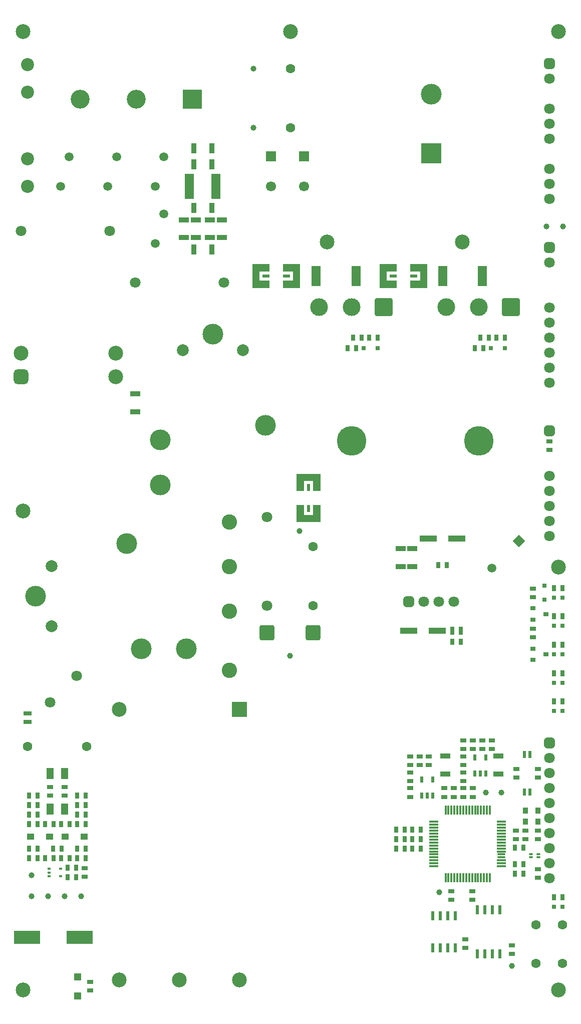
<source format=gbr>
%TF.GenerationSoftware,KiCad,Pcbnew,8.0.2*%
%TF.CreationDate,2024-05-14T20:54:04+07:00*%
%TF.ProjectId,HW.ACIM-PSU,48572e41-4349-44d2-9d50-53552e6b6963,0.0*%
%TF.SameCoordinates,Original*%
%TF.FileFunction,Soldermask,Top*%
%TF.FilePolarity,Negative*%
%FSLAX46Y46*%
G04 Gerber Fmt 4.6, Leading zero omitted, Abs format (unit mm)*
G04 Created by KiCad (PCBNEW 8.0.2) date 2024-05-14 20:54:04*
%MOMM*%
%LPD*%
G01*
G04 APERTURE LIST*
G04 Aperture macros list*
%AMRoundRect*
0 Rectangle with rounded corners*
0 $1 Rounding radius*
0 $2 $3 $4 $5 $6 $7 $8 $9 X,Y pos of 4 corners*
0 Add a 4 corners polygon primitive as box body*
4,1,4,$2,$3,$4,$5,$6,$7,$8,$9,$2,$3,0*
0 Add four circle primitives for the rounded corners*
1,1,$1+$1,$2,$3*
1,1,$1+$1,$4,$5*
1,1,$1+$1,$6,$7*
1,1,$1+$1,$8,$9*
0 Add four rect primitives between the rounded corners*
20,1,$1+$1,$2,$3,$4,$5,0*
20,1,$1+$1,$4,$5,$6,$7,0*
20,1,$1+$1,$6,$7,$8,$9,0*
20,1,$1+$1,$8,$9,$2,$3,0*%
%AMRotRect*
0 Rectangle, with rotation*
0 The origin of the aperture is its center*
0 $1 length*
0 $2 width*
0 $3 Rotation angle, in degrees counterclockwise*
0 Add horizontal line*
21,1,$1,$2,0,0,$3*%
%AMFreePoly0*
4,1,21,1.703536,2.003536,1.705000,2.000000,1.705000,0.750000,1.703536,0.746464,1.700000,0.745000,0.005000,0.745000,0.005000,-0.745000,1.700000,-0.745000,1.703536,-0.746464,1.705000,-0.750000,1.705000,-2.000000,1.703536,-2.003536,1.700000,-2.005000,-1.200000,-2.005000,-1.203536,-2.003536,-1.205000,-2.000000,-1.205000,2.000000,-1.203536,2.003536,-1.200000,2.005000,1.700000,2.005000,
1.703536,2.003536,1.703536,2.003536,$1*%
G04 Aperture macros list end*
%ADD10RoundRect,0.450000X-0.450000X0.450000X-0.450000X-0.450000X0.450000X-0.450000X0.450000X0.450000X0*%
%ADD11C,1.800000*%
%ADD12R,0.650000X1.000000*%
%ADD13R,0.600000X1.200000*%
%ADD14R,3.200000X3.200000*%
%ADD15C,3.200000*%
%ADD16R,1.000000X0.650000*%
%ADD17R,1.700000X0.900000*%
%ADD18C,2.600000*%
%ADD19R,3.000000X1.000000*%
%ADD20C,1.000000*%
%ADD21R,0.900000X1.700000*%
%ADD22R,0.600000X0.400000*%
%ADD23RoundRect,0.250000X-1.000000X-1.000000X1.000000X-1.000000X1.000000X1.000000X-1.000000X1.000000X0*%
%ADD24R,0.800000X0.800000*%
%ADD25C,2.200000*%
%ADD26C,2.500000*%
%ADD27C,1.500000*%
%ADD28R,0.600000X1.050000*%
%ADD29C,2.000000*%
%ADD30C,3.500000*%
%ADD31R,3.500000X3.500000*%
%ADD32R,0.600000X1.550000*%
%ADD33R,0.700000X0.700000*%
%ADD34R,1.300000X1.300000*%
%ADD35FreePoly0,90.000000*%
%ADD36FreePoly0,270.000000*%
%ADD37R,0.500000X1.200000*%
%ADD38C,1.600000*%
%ADD39R,0.600000X1.500000*%
%ADD40RotRect,1.500000X1.500000X225.000000*%
%ADD41C,1.700000*%
%ADD42R,1.700000X1.700000*%
%ADD43R,1.600000X3.400000*%
%ADD44R,0.900000X0.800000*%
%ADD45R,0.800000X1.400000*%
%ADD46R,1.500000X0.300000*%
%ADD47R,0.300000X1.500000*%
%ADD48RoundRect,0.150000X-0.600000X0.000010X-0.600000X-0.000010X0.600000X-0.000010X0.600000X0.000010X0*%
%ADD49R,1.400000X0.800000*%
%ADD50R,0.900000X1.000000*%
%ADD51R,1.500000X4.200000*%
%ADD52RoundRect,0.625000X0.625000X-0.625000X0.625000X0.625000X-0.625000X0.625000X-0.625000X-0.625000X0*%
%ADD53R,1.200000X1.850000*%
%ADD54FreePoly0,0.000000*%
%ADD55FreePoly0,180.000000*%
%ADD56R,1.200000X0.500000*%
%ADD57R,1.200000X1.100000*%
%ADD58RoundRect,0.450000X-0.450000X-0.450000X0.450000X-0.450000X0.450000X0.450000X-0.450000X0.450000X0*%
%ADD59R,2.500000X2.500000*%
%ADD60R,4.400000X2.200000*%
%ADD61RoundRect,0.150000X-0.200000X-0.000010X0.200000X-0.000010X0.200000X0.000010X-0.200000X0.000010X0*%
%ADD62C,5.000000*%
%ADD63RoundRect,0.250000X-1.250000X-1.250000X1.250000X-1.250000X1.250000X1.250000X-1.250000X1.250000X0*%
%ADD64C,3.000000*%
G04 APERTURE END LIST*
D10*
%TO.C,J2*%
X112167100Y-77132900D03*
D11*
X112167100Y-79672900D03*
X112167100Y-84752900D03*
X112167100Y-87292900D03*
X112167100Y-89832900D03*
X112167100Y-94912900D03*
X112167100Y-97452900D03*
X112167100Y-99992900D03*
%TD*%
D12*
%TO.C,R40*%
X33718998Y-202418100D03*
X32269000Y-202418100D03*
%TD*%
%TO.C,R39*%
X24168999Y-202418100D03*
X25618999Y-202418100D03*
%TD*%
%TO.C,R49*%
X25618998Y-209818100D03*
X24169000Y-209818100D03*
%TD*%
D10*
%TO.C,J3*%
X112167100Y-139165100D03*
D11*
X112167100Y-146785100D03*
X112167100Y-149325100D03*
X112167100Y-151865100D03*
X112167100Y-154405100D03*
X112167100Y-156945100D03*
%TD*%
D12*
%TO.C,R38*%
X32268999Y-200818100D03*
X33718999Y-200818100D03*
%TD*%
D13*
%TO.C,X1*%
X108818100Y-200184299D03*
X108818100Y-193884301D03*
X107918100Y-193884301D03*
X107918100Y-200184299D03*
%TD*%
D14*
%TO.C,J1*%
X51794000Y-83118100D03*
D15*
X42294000Y-83118100D03*
X32794000Y-83118100D03*
%TD*%
D12*
%TO.C,C9*%
X95692000Y-174783900D03*
X97142000Y-174783900D03*
%TD*%
D16*
%TO.C,R75*%
X109317000Y-172608901D03*
X109317000Y-174058899D03*
%TD*%
D17*
%TO.C,R69*%
X103518100Y-194154300D03*
X103518100Y-197154300D03*
%TD*%
D12*
%TO.C,R57*%
X30669002Y-214618099D03*
X32119000Y-214618099D03*
%TD*%
D18*
%TO.C,BR1*%
X58044000Y-179618100D03*
X58044000Y-169618100D03*
X58044000Y-162118100D03*
X58044000Y-154618100D03*
%TD*%
D12*
%TO.C,R53*%
X28318998Y-211418100D03*
X26869000Y-211418100D03*
%TD*%
D19*
%TO.C,C18*%
X96467000Y-157383900D03*
X91667000Y-157383900D03*
%TD*%
D12*
%TO.C,R17*%
X81642100Y-123389200D03*
X83092100Y-123389200D03*
%TD*%
D20*
%TO.C,TP5*%
X105768100Y-229604300D03*
%TD*%
D21*
%TO.C,C7*%
X52029000Y-101522100D03*
X55029000Y-101522100D03*
%TD*%
D12*
%TO.C,R54*%
X29568999Y-211418100D03*
X31018999Y-211418100D03*
%TD*%
%TO.C,R27*%
X101892099Y-123389200D03*
X100442101Y-123389200D03*
%TD*%
D22*
%TO.C,U9*%
X27593999Y-213168100D03*
X27594000Y-213818100D03*
X27593999Y-214468100D03*
X29493999Y-214468100D03*
X29493999Y-213168100D03*
%TD*%
D23*
%TO.C,J8*%
X72144000Y-173318100D03*
%TD*%
D12*
%TO.C,FT6*%
X87643099Y-208154300D03*
X86193101Y-208154300D03*
%TD*%
D24*
%TO.C,D18*%
X112867000Y-176933900D03*
X114367000Y-176933900D03*
%TD*%
D16*
%TO.C,R31*%
X27743999Y-200818100D03*
X27743999Y-199368102D03*
%TD*%
%TO.C,C68*%
X97568100Y-198329299D03*
X97568100Y-196879301D03*
%TD*%
D10*
%TO.C,J5*%
X112168100Y-191954299D03*
D11*
X112168100Y-194494300D03*
X112168100Y-197034300D03*
X112168100Y-199574300D03*
X112168100Y-202114299D03*
X112168100Y-204654301D03*
X112168100Y-207194300D03*
X112168100Y-209734300D03*
X112168100Y-212274300D03*
X112168100Y-214814301D03*
%TD*%
D12*
%TO.C,R52*%
X33718998Y-211418100D03*
X32269000Y-211418100D03*
%TD*%
D25*
%TO.C,F1*%
X23879000Y-77322100D03*
X23879000Y-81922100D03*
X23879000Y-93222100D03*
X23879000Y-97822100D03*
%TD*%
D12*
%TO.C,C40*%
X99492100Y-125189200D03*
X100942100Y-125189200D03*
%TD*%
D16*
%TO.C,R71*%
X102368100Y-192929299D03*
X102368100Y-191479301D03*
%TD*%
D26*
%TO.C,J7*%
X97417099Y-107239200D03*
%TD*%
D27*
%TO.C,M3*%
X45479000Y-97822100D03*
X46979000Y-92822100D03*
%TD*%
D28*
%TO.C,U13*%
X90518100Y-200804300D03*
X91468100Y-200804300D03*
X92418100Y-200804300D03*
X92418100Y-198104300D03*
X90518100Y-198104300D03*
%TD*%
D16*
%TO.C,C69*%
X88568100Y-201029299D03*
X88568100Y-199579301D03*
%TD*%
%TO.C,R61*%
X88568100Y-195629299D03*
X88568100Y-194179301D03*
%TD*%
D24*
%TO.C,D23*%
X112867000Y-186533900D03*
X114367000Y-186533900D03*
%TD*%
D16*
%TO.C,R67*%
X99168100Y-191479301D03*
X99168100Y-192929299D03*
%TD*%
D11*
%TO.C,B1*%
X27698935Y-185038165D03*
X32189063Y-180548037D03*
%TD*%
D26*
%TO.C,*%
X113617000Y-162233900D03*
%TD*%
D29*
%TO.C,RL2*%
X27943999Y-162018099D03*
X27943999Y-172218101D03*
D30*
X25244000Y-167118100D03*
X40643999Y-158218100D03*
X50743999Y-176018100D03*
X43143999Y-176018100D03*
%TD*%
D11*
%TO.C,C2*%
X37794000Y-105418100D03*
X22794000Y-105418100D03*
%TD*%
D12*
%TO.C,R50*%
X32268999Y-209818100D03*
X33718999Y-209818100D03*
%TD*%
D16*
%TO.C,C64*%
X100768100Y-191479301D03*
X100768100Y-192929299D03*
%TD*%
D20*
%TO.C,TP7*%
X62067100Y-87992900D03*
%TD*%
D12*
%TO.C,C82*%
X107743099Y-209604300D03*
X106293101Y-209604300D03*
%TD*%
D31*
%TO.C,C44*%
X92167100Y-92292900D03*
D30*
X92167100Y-82292900D03*
%TD*%
D20*
%TO.C,TP4*%
X32952100Y-217849200D03*
%TD*%
D12*
%TO.C,C79*%
X107743099Y-212404300D03*
X106293101Y-212404300D03*
%TD*%
%TO.C,C56*%
X29668998Y-209818100D03*
X28219000Y-209818100D03*
%TD*%
D32*
%TO.C,U15*%
X96223100Y-221154300D03*
X94953100Y-221154300D03*
X93689502Y-221158123D03*
X92413100Y-221154300D03*
X92413100Y-226554300D03*
X93683100Y-226554300D03*
X94953100Y-226554300D03*
X96223100Y-226554300D03*
%TD*%
D33*
%TO.C,D6*%
X80717100Y-125189200D03*
X83117100Y-125189200D03*
%TD*%
D16*
%TO.C,R83*%
X108068100Y-208179299D03*
X108068100Y-206729301D03*
%TD*%
D12*
%TO.C,C87*%
X90343099Y-208154300D03*
X88893101Y-208154300D03*
%TD*%
D34*
%TO.C,D1*%
X32377100Y-234649200D03*
X32377100Y-231449200D03*
%TD*%
D12*
%TO.C,R80*%
X112892000Y-170533900D03*
X114342000Y-170533900D03*
%TD*%
D35*
%TO.C,R15*%
X71444000Y-153368100D03*
D36*
X71444000Y-147668100D03*
D37*
X71444000Y-152268100D03*
X71444000Y-148768100D03*
%TD*%
D27*
%TO.C,M4*%
X45479000Y-107522100D03*
X46979000Y-102522100D03*
%TD*%
D16*
%TO.C,R79*%
X109317000Y-167258899D03*
X109317000Y-165808901D03*
%TD*%
D12*
%TO.C,C16*%
X93342000Y-161883900D03*
X94792000Y-161883900D03*
%TD*%
D17*
%TO.C,R9*%
X54729000Y-103522100D03*
X54729000Y-106522100D03*
%TD*%
D16*
%TO.C,R32*%
X30143999Y-200818100D03*
X30143999Y-199368102D03*
%TD*%
D26*
%TO.C,*%
X23117000Y-71734100D03*
%TD*%
D19*
%TO.C,C10*%
X93167000Y-172983900D03*
X88367000Y-172983900D03*
%TD*%
D28*
%TO.C,U12*%
X99518100Y-197104300D03*
X100468100Y-197104300D03*
X101418100Y-197104300D03*
X101418100Y-194404300D03*
X99518100Y-194404300D03*
%TD*%
D38*
%TO.C,C43*%
X68367100Y-77992900D03*
X68367100Y-87992900D03*
%TD*%
D21*
%TO.C,C3*%
X52029000Y-91422100D03*
X55029000Y-91422100D03*
%TD*%
D24*
%TO.C,D22*%
X114367000Y-219633900D03*
X112867000Y-219633900D03*
%TD*%
D12*
%TO.C,R85*%
X112892001Y-180133900D03*
X114341999Y-180133900D03*
%TD*%
D16*
%TO.C,C65*%
X91768100Y-194179301D03*
X91768100Y-195629299D03*
%TD*%
D21*
%TO.C,C12*%
X52029000Y-108522100D03*
X55029000Y-108522100D03*
%TD*%
D38*
%TO.C,BT1*%
X109842000Y-229183900D03*
X109842000Y-222683900D03*
X114342000Y-229183900D03*
X114342000Y-222683900D03*
%TD*%
D39*
%TO.C,U16*%
X103773100Y-220104300D03*
X102503100Y-220104300D03*
X101233100Y-220104300D03*
X99963100Y-220104300D03*
X99963100Y-227604300D03*
X101233100Y-227604300D03*
X102503100Y-227604300D03*
X103773100Y-227604300D03*
%TD*%
D12*
%TO.C,R77*%
X112892001Y-175333900D03*
X114341999Y-175333900D03*
%TD*%
D27*
%TO.C,BZ1*%
X102368903Y-162381997D03*
D40*
X106965097Y-157785803D03*
%TD*%
D16*
%TO.C,C77*%
X97923100Y-225104302D03*
X97923100Y-226554300D03*
%TD*%
D33*
%TO.C,D9*%
X102217100Y-125189200D03*
X104617100Y-125189200D03*
%TD*%
D11*
%TO.C,C11*%
X57094000Y-114118100D03*
X42094000Y-114118100D03*
%TD*%
D12*
%TO.C,C54*%
X29568999Y-205618100D03*
X31018999Y-205618100D03*
%TD*%
D17*
%TO.C,C15*%
X88917000Y-162083900D03*
X88917000Y-159083900D03*
%TD*%
%TO.C,R8*%
X56729000Y-103522100D03*
X56729000Y-106522100D03*
%TD*%
D41*
%TO.C,D8*%
X65067100Y-97832900D03*
D42*
X65067100Y-92752900D03*
%TD*%
D26*
%TO.C,*%
X23117001Y-233634099D03*
%TD*%
D12*
%TO.C,R18*%
X80392099Y-123389200D03*
X78942101Y-123389200D03*
%TD*%
D16*
%TO.C,R82*%
X110168100Y-213279301D03*
X110168100Y-214729299D03*
%TD*%
D43*
%TO.C,D7*%
X72717099Y-112989200D03*
X79417099Y-112989200D03*
%TD*%
D16*
%TO.C,C83*%
X99068100Y-218429299D03*
X99068100Y-216979301D03*
%TD*%
D38*
%TO.C,C28*%
X72144000Y-158718100D03*
X72144000Y-168718100D03*
%TD*%
D44*
%TO.C,Q8*%
X109317000Y-169183900D03*
X109314811Y-171084615D03*
X111516999Y-170133900D03*
%TD*%
D45*
%TO.C,L2*%
X97167000Y-172983900D03*
X95667000Y-172983900D03*
%TD*%
D33*
%TO.C,D19*%
X111267000Y-167733900D03*
X111267000Y-165333900D03*
%TD*%
D12*
%TO.C,R84*%
X112892000Y-184933900D03*
X114342000Y-184933900D03*
%TD*%
D46*
%TO.C,U14*%
X92618100Y-205254300D03*
X92618100Y-205754300D03*
X92618100Y-206254300D03*
X92618100Y-206754300D03*
X92618100Y-207254300D03*
X92618100Y-207754300D03*
X92618100Y-208254300D03*
X92618100Y-208754300D03*
X92618100Y-209254300D03*
X92618100Y-209754300D03*
X92618100Y-210254300D03*
X92618100Y-210754300D03*
X92618100Y-211254300D03*
X92618100Y-211754300D03*
X92618100Y-212254300D03*
X92618100Y-212754300D03*
D47*
X94568100Y-214704300D03*
X95068100Y-214704300D03*
X95568100Y-214704300D03*
X96068100Y-214704300D03*
X96568100Y-214704300D03*
X97068100Y-214704300D03*
X97568100Y-214704300D03*
X98068100Y-214704300D03*
X98568100Y-214704300D03*
X99068100Y-214704300D03*
X99568100Y-214704300D03*
X100068100Y-214704300D03*
X100568100Y-214704300D03*
X101068100Y-214704300D03*
X101568100Y-214704300D03*
X102068100Y-214704300D03*
D46*
X104018100Y-212754300D03*
X104018100Y-212254300D03*
X104018100Y-211754300D03*
D48*
X104018100Y-211254300D03*
X104018100Y-210754300D03*
D46*
X104018100Y-210254300D03*
X104018100Y-209754300D03*
X104018100Y-209254300D03*
X104018100Y-208754300D03*
X104018100Y-208254300D03*
X104018100Y-207754300D03*
X104018100Y-207254300D03*
X104018100Y-206754300D03*
X104018100Y-206254300D03*
X104018100Y-205754300D03*
X104018100Y-205254300D03*
D47*
X102068100Y-203304300D03*
X101568100Y-203304300D03*
X101068100Y-203304300D03*
X100568100Y-203304300D03*
X100068100Y-203304300D03*
X99568100Y-203304300D03*
X99068100Y-203304300D03*
X98568100Y-203304300D03*
X98068100Y-203304300D03*
X97568100Y-203304300D03*
X97068100Y-203304300D03*
X96568100Y-203304300D03*
X96068100Y-203304300D03*
X95568100Y-203304300D03*
X95068100Y-203304300D03*
X94568100Y-203304300D03*
%TD*%
D12*
%TO.C,R43*%
X24168999Y-205618100D03*
X25618999Y-205618100D03*
%TD*%
D49*
%TO.C,L1*%
X23943999Y-186893101D03*
X23943999Y-188393101D03*
%TD*%
D11*
%TO.C,C35*%
X64344000Y-153718100D03*
X64344000Y-168718100D03*
%TD*%
D50*
%TO.C,U17*%
X110168101Y-203354300D03*
X108068099Y-203354300D03*
X108068099Y-205254300D03*
X110168101Y-205254300D03*
%TD*%
D26*
%TO.C,*%
X68367000Y-71734100D03*
%TD*%
D12*
%TO.C,R81*%
X112892000Y-218033900D03*
X114342000Y-218033900D03*
%TD*%
D16*
%TO.C,C61*%
X33544000Y-213093100D03*
X33544000Y-214543098D03*
%TD*%
D20*
%TO.C,TP11*%
X24552100Y-217849200D03*
%TD*%
D41*
%TO.C,D11*%
X70667100Y-97832900D03*
D42*
X70667100Y-92752900D03*
%TD*%
D21*
%TO.C,C5*%
X52029000Y-94122100D03*
X55029000Y-94122100D03*
%TD*%
D51*
%TO.C,G1*%
X55779000Y-97822100D03*
X51279000Y-97822100D03*
%TD*%
D12*
%TO.C,R44*%
X33718998Y-205618100D03*
X32269000Y-205618100D03*
%TD*%
D27*
%TO.C,M2*%
X37479000Y-97822100D03*
X38979000Y-92822100D03*
%TD*%
D12*
%TO.C,C81*%
X107743099Y-214004300D03*
X106293101Y-214004300D03*
%TD*%
D52*
%TO.C,FT1*%
X22844000Y-130018100D03*
D26*
X38844000Y-130018100D03*
X22844000Y-126018100D03*
X38844000Y-126018100D03*
%TD*%
%TO.C,*%
X113617000Y-71734100D03*
%TD*%
D12*
%TO.C,R78*%
X114341999Y-165733900D03*
X112892001Y-165733900D03*
%TD*%
D16*
%TO.C,R72*%
X94368100Y-199579301D03*
X94368100Y-201029299D03*
%TD*%
D17*
%TO.C,R70*%
X94518100Y-197154300D03*
X94518100Y-194154300D03*
%TD*%
D53*
%TO.C,BR2*%
X27743999Y-203093101D03*
X27743999Y-197093101D03*
X30143999Y-197093101D03*
X30143999Y-203093101D03*
%TD*%
D16*
%TO.C,C73*%
X95968100Y-199579301D03*
X95968100Y-201029299D03*
%TD*%
D17*
%TO.C,R7*%
X52329000Y-106522100D03*
X52329000Y-103522100D03*
%TD*%
%TO.C,R4*%
X50329000Y-106522100D03*
X50329000Y-103522100D03*
%TD*%
D20*
%TO.C,TP8*%
X24552100Y-214249200D03*
%TD*%
D12*
%TO.C,R37*%
X25618998Y-200818100D03*
X24169000Y-200818100D03*
%TD*%
%TO.C,R76*%
X86193100Y-206554300D03*
X87643100Y-206554300D03*
%TD*%
D20*
%TO.C,TP14*%
X103968100Y-200304300D03*
%TD*%
D16*
%TO.C,C80*%
X95568100Y-218429299D03*
X95568100Y-216979301D03*
%TD*%
D12*
%TO.C,C36*%
X77992100Y-125189200D03*
X79442100Y-125189200D03*
%TD*%
D54*
%TO.C,R19*%
X63117099Y-112989200D03*
D55*
X68817099Y-112989200D03*
D56*
X64217099Y-112989200D03*
X67717099Y-112989200D03*
%TD*%
D16*
%TO.C,R68*%
X90168100Y-194179301D03*
X90168100Y-195629299D03*
%TD*%
D12*
%TO.C,R25*%
X103142100Y-123389200D03*
X104592100Y-123389200D03*
%TD*%
D20*
%TO.C,TP2*%
X114417100Y-104649200D03*
%TD*%
D12*
%TO.C,C59*%
X32118997Y-213018100D03*
X30668999Y-213018100D03*
%TD*%
D20*
%TO.C,TP12*%
X68244000Y-177218100D03*
%TD*%
D17*
%TO.C,C14*%
X87017000Y-162083900D03*
X87017000Y-159083900D03*
%TD*%
D24*
%TO.C,D20*%
X114367000Y-167333900D03*
X112867000Y-167333900D03*
%TD*%
D17*
%TO.C,C21*%
X42094000Y-132918100D03*
X42094000Y-135918100D03*
%TD*%
D16*
%TO.C,C4*%
X34477100Y-233774199D03*
X34477100Y-232324201D03*
%TD*%
D43*
%TO.C,D10*%
X94117099Y-112989200D03*
X100817099Y-112989200D03*
%TD*%
D57*
%TO.C,D14*%
X27643999Y-207718100D03*
X24443999Y-207718100D03*
%TD*%
D12*
%TO.C,C85*%
X88893100Y-209754300D03*
X90343100Y-209754300D03*
%TD*%
%TO.C,C86*%
X87643099Y-209754300D03*
X86193101Y-209754300D03*
%TD*%
D20*
%TO.C,TP1*%
X111667100Y-104649200D03*
%TD*%
D38*
%TO.C,C1*%
X33943999Y-192493101D03*
X23943999Y-192493101D03*
%TD*%
D16*
%TO.C,R59*%
X97568100Y-192929299D03*
X97568100Y-191479301D03*
%TD*%
D58*
%TO.C,MD2*%
X88357000Y-168083900D03*
D11*
X90897000Y-168083900D03*
X93437000Y-168083900D03*
X95977000Y-168083900D03*
%TD*%
D20*
%TO.C,TP10*%
X27352100Y-217849200D03*
%TD*%
D26*
%TO.C,J9*%
X74517099Y-107239200D03*
%TD*%
D24*
%TO.C,D24*%
X112867000Y-181733900D03*
X114367000Y-181733900D03*
%TD*%
D16*
%TO.C,C72*%
X97568100Y-199579301D03*
X97568100Y-201029299D03*
%TD*%
D54*
%TO.C,R28*%
X84617099Y-112989200D03*
D55*
X90317099Y-112989200D03*
D56*
X85717099Y-112989200D03*
X89217099Y-112989200D03*
%TD*%
D16*
%TO.C,C89*%
X110168100Y-196309301D03*
X110168100Y-197759299D03*
%TD*%
D20*
%TO.C,TP13*%
X69844000Y-156068100D03*
%TD*%
D16*
%TO.C,C74*%
X112167100Y-142390099D03*
X112167100Y-140940101D03*
%TD*%
%TO.C,C76*%
X105768100Y-226154302D03*
X105768100Y-227604300D03*
%TD*%
%TO.C,C78*%
X99168100Y-199579301D03*
X99168100Y-201029299D03*
%TD*%
D59*
%TO.C,MD1*%
X59687100Y-186229200D03*
D26*
X39367100Y-186229200D03*
X39367100Y-231949200D03*
X49527100Y-231949200D03*
X59687100Y-231949200D03*
%TD*%
D16*
%TO.C,C90*%
X110168100Y-208179299D03*
X110168100Y-206729301D03*
%TD*%
%TO.C,R62*%
X88568100Y-198329299D03*
X88568100Y-196879301D03*
%TD*%
%TO.C,C84*%
X106468100Y-206729301D03*
X106468100Y-208179299D03*
%TD*%
D60*
%TO.C,C6*%
X32727100Y-224799200D03*
X23827100Y-224799200D03*
%TD*%
D10*
%TO.C,J4*%
X112167100Y-108149200D03*
D11*
X112167100Y-110689200D03*
X112167100Y-118309200D03*
X112167100Y-120849200D03*
X112167100Y-123389200D03*
X112167100Y-125929200D03*
X112167100Y-128469200D03*
X112167100Y-131009200D03*
%TD*%
D16*
%TO.C,R60*%
X97568100Y-195629299D03*
X97568100Y-194179301D03*
%TD*%
D12*
%TO.C,C53*%
X28318998Y-205618100D03*
X26869000Y-205618100D03*
%TD*%
D20*
%TO.C,TP6*%
X93468100Y-217129301D03*
%TD*%
D12*
%TO.C,C75*%
X88893100Y-206554300D03*
X90343100Y-206554300D03*
%TD*%
D57*
%TO.C,D15*%
X30243999Y-207718100D03*
X33443999Y-207718100D03*
%TD*%
D27*
%TO.C,M1*%
X30979000Y-92822100D03*
X29479000Y-97822100D03*
%TD*%
D20*
%TO.C,TP3*%
X30152100Y-217849200D03*
%TD*%
D12*
%TO.C,R51*%
X24169000Y-211418100D03*
X25618998Y-211418100D03*
%TD*%
D26*
%TO.C,*%
X23117000Y-152684000D03*
%TD*%
D20*
%TO.C,TP9*%
X62067100Y-77992900D03*
%TD*%
D23*
%TO.C,J6*%
X64344000Y-173318100D03*
%TD*%
D61*
%TO.C,FT5*%
X109043100Y-210754300D03*
X110293100Y-210754300D03*
X110293100Y-211254300D03*
X109043100Y-211254300D03*
%TD*%
D26*
%TO.C,*%
X113617000Y-233634100D03*
%TD*%
D12*
%TO.C,R42*%
X32268999Y-204018100D03*
X33718999Y-204018100D03*
%TD*%
D20*
%TO.C,TP15*%
X101368100Y-200304300D03*
%TD*%
D16*
%TO.C,C88*%
X106568100Y-196309301D03*
X106568100Y-197759299D03*
%TD*%
D29*
%TO.C,RL1*%
X60344001Y-125518099D03*
X50143999Y-125518099D03*
D30*
X55244000Y-122818100D03*
X64144000Y-138218099D03*
X46344000Y-148318099D03*
X46344000Y-140718099D03*
%TD*%
D24*
%TO.C,D21*%
X114367000Y-172133900D03*
X112867000Y-172133900D03*
%TD*%
D44*
%TO.C,Q7*%
X109317000Y-175983900D03*
X109314811Y-177884615D03*
X111516999Y-176933900D03*
%TD*%
D12*
%TO.C,R41*%
X25618998Y-204018100D03*
X24169000Y-204018100D03*
%TD*%
D62*
%TO.C,Q3*%
X78667099Y-140839200D03*
D63*
X84117099Y-118289200D03*
D64*
X78667099Y-118289200D03*
X73217099Y-118289200D03*
%TD*%
D62*
%TO.C,Q6*%
X100167100Y-140839200D03*
D63*
X105617100Y-118289200D03*
D64*
X100167100Y-118289200D03*
X94717100Y-118289200D03*
%TD*%
M02*

</source>
